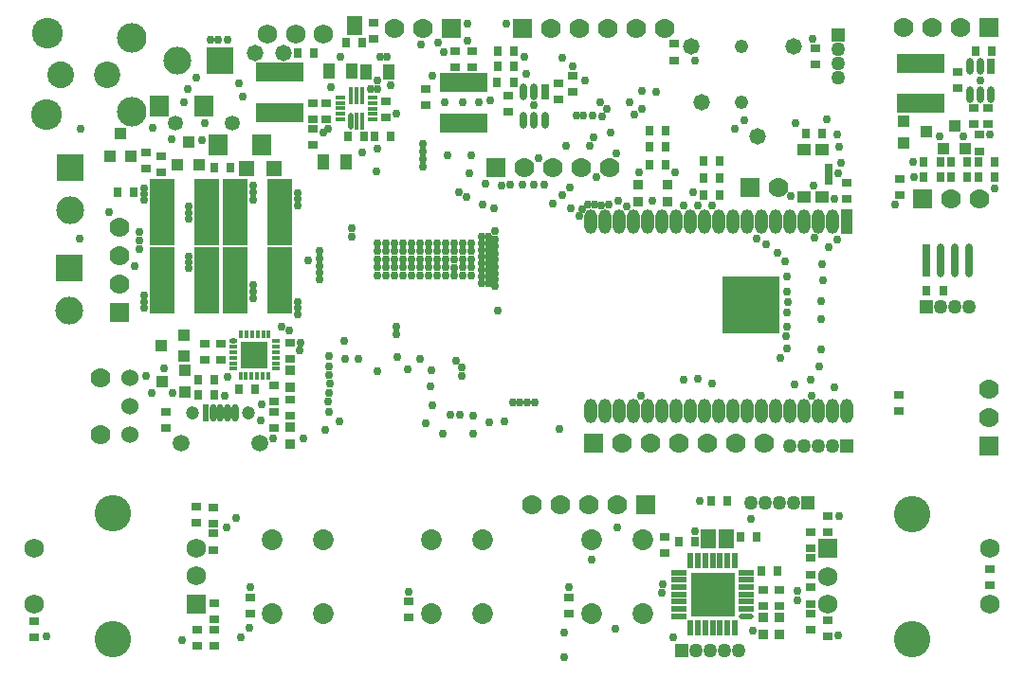
<source format=gts>
%FSLAX24Y24*%
%MOIN*%
G70*
G01*
G75*
%ADD10C,0.0080*%
%ADD11R,0.0300X0.0300*%
%ADD12R,0.0300X0.0220*%
%ADD13R,0.0440X0.0120*%
%ADD14O,0.0190X0.1100*%
%ADD15R,0.0190X0.1100*%
%ADD16R,0.0220X0.0300*%
%ADD17R,0.0120X0.0440*%
%ADD18O,0.0440X0.0120*%
%ADD19R,0.0500X0.0250*%
%ADD20R,0.0360X0.0360*%
%ADD21O,0.0200X0.0500*%
%ADD22R,0.0200X0.0500*%
%ADD23R,0.1600X0.0600*%
%ADD24R,0.1460X0.1460*%
%ADD25R,0.0500X0.0500*%
%ADD26R,0.0830X0.2250*%
%ADD27R,0.0345X0.0500*%
%ADD28R,0.0630X0.0670*%
%ADD29O,0.0160X0.0530*%
%ADD30R,0.0160X0.0530*%
%ADD31R,0.0390X0.0350*%
%ADD32R,0.0220X0.0670*%
%ADD33O,0.0354X0.0787*%
%ADD34R,0.1968X0.1968*%
%ADD35R,0.0354X0.0787*%
%ADD36R,0.0280X0.0100*%
%ADD37R,0.0100X0.0510*%
%ADD38O,0.0100X0.0510*%
%ADD39R,0.0870X0.0870*%
%ADD40O,0.0200X0.0100*%
%ADD41R,0.0200X0.0100*%
%ADD42R,0.0100X0.0200*%
%ADD43C,0.0061*%
%ADD44C,0.0075*%
%ADD45C,0.0120*%
%ADD46C,0.0100*%
%ADD47C,0.0220*%
%ADD48C,0.0200*%
%ADD49C,0.0600*%
%ADD50C,0.0300*%
%ADD51C,0.0360*%
%ADD52C,0.0900*%
%ADD53C,0.0250*%
%ADD54C,0.0150*%
%ADD55C,0.0400*%
%ADD56C,0.0800*%
%ADD57C,0.2500*%
%ADD58C,0.0170*%
%ADD59R,0.0420X0.0420*%
%ADD60C,0.0420*%
%ADD61C,0.0650*%
%ADD62C,0.0620*%
%ADD63C,0.0600*%
%ADD64R,0.0600X0.0600*%
%ADD65R,0.0620X0.0620*%
%ADD66C,0.1200*%
%ADD67C,0.0500*%
%ADD68C,0.0510*%
%ADD69C,0.0390*%
%ADD70R,0.0900X0.0900*%
%ADD71C,0.0900*%
%ADD72C,0.0520*%
%ADD73C,0.0960*%
%ADD74C,0.1000*%
%ADD75C,0.0850*%
%ADD76C,0.0450*%
%ADD77C,0.0220*%
%ADD78C,0.0350*%
%ADD79C,0.0410*%
%ADD80C,0.0860*%
%ADD81O,0.0100X0.0600*%
%ADD82R,0.0100X0.0600*%
%ADD83R,0.3500X0.1380*%
%ADD84C,0.0630*%
%ADD85C,0.0700*%
%ADD86C,0.0340*%
%ADD87C,0.0730*%
%ADD88C,0.0500*%
%ADD89C,0.1900*%
%ADD90C,0.0160*%
%ADD91C,0.0040*%
%ADD92C,0.0050*%
%ADD93C,0.0070*%
%ADD94C,0.0030*%
%ADD95R,0.0380X0.0380*%
%ADD96R,0.0380X0.0300*%
%ADD97R,0.0520X0.0200*%
%ADD98O,0.0270X0.1180*%
%ADD99R,0.0270X0.1180*%
%ADD100R,0.0300X0.0380*%
%ADD101R,0.0200X0.0520*%
%ADD102O,0.0520X0.0200*%
%ADD103R,0.0580X0.0330*%
%ADD104R,0.0440X0.0440*%
%ADD105O,0.0280X0.0580*%
%ADD106R,0.0280X0.0580*%
%ADD107R,0.1680X0.0680*%
%ADD108R,0.1540X0.1540*%
%ADD109R,0.0580X0.0580*%
%ADD110R,0.0910X0.2330*%
%ADD111R,0.0425X0.0580*%
%ADD112R,0.0710X0.0750*%
%ADD113O,0.0240X0.0610*%
%ADD114R,0.0240X0.0610*%
%ADD115R,0.0470X0.0430*%
%ADD116R,0.0300X0.0750*%
%ADD117O,0.0434X0.0867*%
%ADD118R,0.2048X0.2048*%
%ADD119R,0.0434X0.0867*%
%ADD120R,0.0360X0.0180*%
%ADD121R,0.0180X0.0590*%
%ADD122O,0.0180X0.0590*%
%ADD123R,0.0950X0.0950*%
%ADD124O,0.0280X0.0180*%
%ADD125R,0.0280X0.0180*%
%ADD126R,0.0180X0.0280*%
%ADD127C,0.0730*%
%ADD128C,0.0700*%
%ADD129C,0.0680*%
%ADD130R,0.0680X0.0680*%
%ADD131R,0.0700X0.0700*%
%ADD132C,0.1280*%
%ADD133C,0.0580*%
%ADD134C,0.0590*%
%ADD135C,0.0470*%
%ADD136R,0.0980X0.0980*%
%ADD137C,0.0980*%
%ADD138C,0.1040*%
%ADD139C,0.1080*%
%ADD140C,0.0930*%
%ADD141C,0.0530*%
%ADD142C,0.0300*%
%ADD143C,0.0430*%
%ADD144C,0.0490*%
%ADD145C,0.0940*%
D25*
X111768Y85040D02*
D03*
X103138Y72940D02*
D03*
X107588Y78160D02*
D03*
X108958Y80150D02*
D03*
X108638Y94620D02*
D03*
D63*
X83738Y80550D02*
D03*
X83738Y81550D02*
D03*
X83738Y82550D02*
D03*
D67*
X112268Y85040D02*
D03*
X112768D02*
D03*
X113268D02*
D03*
X103638Y72940D02*
D03*
X104138D02*
D03*
X104638D02*
D03*
X105138D02*
D03*
X107088Y78160D02*
D03*
X106588D02*
D03*
X106088D02*
D03*
X105588D02*
D03*
X108458Y80150D02*
D03*
X107958D02*
D03*
X107458D02*
D03*
X106958D02*
D03*
X108638Y94120D02*
D03*
Y93620D02*
D03*
Y93120D02*
D03*
D95*
X106578Y74130D02*
D03*
Y73530D02*
D03*
X106028Y74130D02*
D03*
Y73530D02*
D03*
X101618Y88750D02*
D03*
Y89350D02*
D03*
X89388Y82830D02*
D03*
Y82230D02*
D03*
X89378Y80220D02*
D03*
Y80820D02*
D03*
X102638Y88740D02*
D03*
Y89340D02*
D03*
D96*
X106578Y75080D02*
D03*
X106578Y74510D02*
D03*
X106028Y75080D02*
D03*
Y74510D02*
D03*
X102568Y76950D02*
D03*
X86693Y76495D02*
D03*
X86703Y74605D02*
D03*
X107683Y75165D02*
D03*
Y75630D02*
D03*
Y74235D02*
D03*
Y74595D02*
D03*
X107678Y76560D02*
D03*
X107683Y76200D02*
D03*
X86693Y77425D02*
D03*
Y77065D02*
D03*
X86713Y73685D02*
D03*
X86703Y74035D02*
D03*
X108293Y77105D02*
D03*
X107678Y77130D02*
D03*
X108283Y74015D02*
D03*
X107683Y73665D02*
D03*
X86093Y77435D02*
D03*
X86693Y77995D02*
D03*
X86113Y73695D02*
D03*
X86713Y73115D02*
D03*
X99190Y74258D02*
D03*
X87978Y74250D02*
D03*
Y74820D02*
D03*
X99190Y74828D02*
D03*
X80393Y73415D02*
D03*
X86113Y73125D02*
D03*
X113988Y75820D02*
D03*
X108293Y77675D02*
D03*
X86093Y78005D02*
D03*
X108283Y73445D02*
D03*
X102568Y76380D02*
D03*
X80393Y73985D02*
D03*
X113988Y75250D02*
D03*
X113928Y92040D02*
D03*
Y91470D02*
D03*
X110828Y88990D02*
D03*
Y89560D02*
D03*
X113608Y91100D02*
D03*
Y90530D02*
D03*
X110778Y81370D02*
D03*
Y81940D02*
D03*
X112848Y93310D02*
D03*
Y92740D02*
D03*
X113418Y91470D02*
D03*
Y92040D02*
D03*
X93548Y74690D02*
D03*
Y74120D02*
D03*
X92308Y95050D02*
D03*
Y94480D02*
D03*
X94168Y92150D02*
D03*
Y92720D02*
D03*
X90198Y90750D02*
D03*
Y91320D02*
D03*
X99328Y93190D02*
D03*
Y92620D02*
D03*
X85008Y81340D02*
D03*
Y80770D02*
D03*
X86398Y83740D02*
D03*
Y83170D02*
D03*
X95778Y94050D02*
D03*
Y93480D02*
D03*
X95178D02*
D03*
Y94050D02*
D03*
X90198Y91660D02*
D03*
X90198Y92230D02*
D03*
X108958Y89430D02*
D03*
Y88860D02*
D03*
X86938Y83740D02*
D03*
Y83170D02*
D03*
X107848Y93570D02*
D03*
Y94140D02*
D03*
X84848Y90360D02*
D03*
Y89790D02*
D03*
X102888Y93730D02*
D03*
Y94300D02*
D03*
X89388Y83780D02*
D03*
Y83210D02*
D03*
X98808Y92910D02*
D03*
Y92340D02*
D03*
X92738Y91700D02*
D03*
Y92270D02*
D03*
X84318Y89920D02*
D03*
Y90490D02*
D03*
X88808Y81700D02*
D03*
Y82270D02*
D03*
X89378Y81780D02*
D03*
Y81210D02*
D03*
X88808Y81340D02*
D03*
Y80770D02*
D03*
X90668Y91660D02*
D03*
Y92230D02*
D03*
X97068Y92470D02*
D03*
X97068Y91900D02*
D03*
D97*
X103053Y74412D02*
D03*
Y75180D02*
D03*
Y74924D02*
D03*
X105418Y75180D02*
D03*
X103053Y74668D02*
D03*
Y74156D02*
D03*
X105418Y74924D02*
D03*
Y74668D02*
D03*
Y74412D02*
D03*
X103053Y75436D02*
D03*
Y75692D02*
D03*
X105418Y75692D02*
D03*
Y75436D02*
D03*
D98*
X113268Y86670D02*
D03*
X112768Y86670D02*
D03*
X112268D02*
D03*
D99*
X111768D02*
D03*
D100*
X112338Y85620D02*
D03*
X111768D02*
D03*
X104178Y78230D02*
D03*
X104748D02*
D03*
X106528Y75750D02*
D03*
X105798Y76960D02*
D03*
X103048Y76770D02*
D03*
X103618Y76770D02*
D03*
X105228Y76960D02*
D03*
X105958Y75750D02*
D03*
X113478Y94050D02*
D03*
X114048D02*
D03*
X111668Y90150D02*
D03*
X112238D02*
D03*
X111668Y89630D02*
D03*
X112238D02*
D03*
X113198D02*
D03*
X112628D02*
D03*
X113578Y90150D02*
D03*
X114148D02*
D03*
X113198D02*
D03*
X112628D02*
D03*
X113578Y89630D02*
D03*
X114148D02*
D03*
X83898Y89080D02*
D03*
X83328D02*
D03*
X86728Y82490D02*
D03*
X86158D02*
D03*
X108088Y91160D02*
D03*
X107518D02*
D03*
X92338Y91040D02*
D03*
X92908D02*
D03*
X96678Y94050D02*
D03*
X97248D02*
D03*
X86728Y81950D02*
D03*
X86158D02*
D03*
X90218Y93970D02*
D03*
X89648D02*
D03*
X91418Y91040D02*
D03*
X91988D02*
D03*
X102018Y91250D02*
D03*
X102588D02*
D03*
X103908Y88980D02*
D03*
X104478D02*
D03*
X91928Y94350D02*
D03*
X91358D02*
D03*
X87278Y89960D02*
D03*
X86708D02*
D03*
X103918Y90180D02*
D03*
X104488D02*
D03*
X96678Y93510D02*
D03*
X97248D02*
D03*
X97238Y92960D02*
D03*
X96668D02*
D03*
X87598Y82160D02*
D03*
X88168D02*
D03*
X102018Y90050D02*
D03*
X102588D02*
D03*
X102018Y90690D02*
D03*
X102588D02*
D03*
X104488Y89580D02*
D03*
X103918D02*
D03*
D101*
X103980Y73742D02*
D03*
X103724D02*
D03*
X103467Y76106D02*
D03*
X103980D02*
D03*
X104236Y76106D02*
D03*
X105004Y73742D02*
D03*
X104748D02*
D03*
X104492D02*
D03*
X104236D02*
D03*
X103467Y73742D02*
D03*
X103724Y76106D02*
D03*
X104492D02*
D03*
X104748D02*
D03*
X105004D02*
D03*
D102*
X105418Y74156D02*
D03*
D103*
X104098Y76720D02*
D03*
X104728D02*
D03*
X104728Y77050D02*
D03*
X104098Y77050D02*
D03*
X91638Y95110D02*
D03*
Y94780D02*
D03*
D104*
X112358Y90630D02*
D03*
X113118D02*
D03*
X112738Y91430D02*
D03*
X110938Y91590D02*
D03*
X110938Y90830D02*
D03*
X111738Y91210D02*
D03*
X85658Y83300D02*
D03*
Y84060D02*
D03*
X84858Y83680D02*
D03*
X84878Y82430D02*
D03*
X85678Y82810D02*
D03*
Y82050D02*
D03*
X83038Y90360D02*
D03*
X83798D02*
D03*
X83418Y91160D02*
D03*
X85428Y90040D02*
D03*
X86188D02*
D03*
X85808Y90840D02*
D03*
D105*
X114028Y92520D02*
D03*
X113278D02*
D03*
X113658D02*
D03*
Y93520D02*
D03*
X113278D02*
D03*
X97588Y92630D02*
D03*
X97968Y92630D02*
D03*
Y91630D02*
D03*
X97588Y91630D02*
D03*
X98338D02*
D03*
D106*
X114028Y93520D02*
D03*
X98338Y92630D02*
D03*
D107*
X111548Y92210D02*
D03*
Y93630D02*
D03*
X89018Y91880D02*
D03*
X89018Y93300D02*
D03*
X95478Y92940D02*
D03*
Y91520D02*
D03*
D108*
X104238Y74926D02*
D03*
D109*
X88808Y89930D02*
D03*
X87863D02*
D03*
D110*
X87438Y88390D02*
D03*
X89008D02*
D03*
X86458D02*
D03*
X84888D02*
D03*
X87438Y85990D02*
D03*
X89008D02*
D03*
X86458D02*
D03*
X84888D02*
D03*
D111*
X91368Y90150D02*
D03*
X90553Y90150D02*
D03*
X92038Y93320D02*
D03*
X92853D02*
D03*
X91563Y93360D02*
D03*
X90748Y93360D02*
D03*
D112*
X86848Y90740D02*
D03*
X88388Y90740D02*
D03*
X84798Y92100D02*
D03*
X86338D02*
D03*
D113*
X87442Y81300D02*
D03*
X87186D02*
D03*
X86930D02*
D03*
X86674D02*
D03*
D114*
X86418D02*
D03*
D115*
X107438Y90580D02*
D03*
X107438Y88900D02*
D03*
X108088Y90580D02*
D03*
Y88900D02*
D03*
D116*
X108318Y89730D02*
D03*
D117*
X106468Y81367D02*
D03*
X105468D02*
D03*
X107968D02*
D03*
X101468D02*
D03*
X102468D02*
D03*
X103468Y81367D02*
D03*
X103968Y81367D02*
D03*
X105968Y81367D02*
D03*
X106968Y81367D02*
D03*
X107468D02*
D03*
X108468Y81367D02*
D03*
X108968Y81367D02*
D03*
X101468Y88060D02*
D03*
X101968Y88060D02*
D03*
X102468Y88060D02*
D03*
X102968D02*
D03*
X103468D02*
D03*
X103968D02*
D03*
X104468D02*
D03*
X104968D02*
D03*
X105468Y88060D02*
D03*
X105968Y88060D02*
D03*
X106468D02*
D03*
X106968D02*
D03*
X107468D02*
D03*
X107968Y88060D02*
D03*
X108468Y88060D02*
D03*
X100468Y81367D02*
D03*
X100968Y88060D02*
D03*
X100968Y81367D02*
D03*
X99968Y81367D02*
D03*
X100468Y88060D02*
D03*
X99968D02*
D03*
X101968Y81367D02*
D03*
X104468D02*
D03*
X102968D02*
D03*
X104968D02*
D03*
D118*
X105588Y85110D02*
D03*
D119*
X108968Y88060D02*
D03*
D120*
X91148Y91640D02*
D03*
Y91837D02*
D03*
Y92034D02*
D03*
Y92231D02*
D03*
Y92428D02*
D03*
X92288Y92424D02*
D03*
Y92227D02*
D03*
Y92030D02*
D03*
Y91636D02*
D03*
Y91833D02*
D03*
D121*
X91521Y92490D02*
D03*
X91718D02*
D03*
X91915D02*
D03*
Y91590D02*
D03*
X91718Y91590D02*
D03*
D122*
X91521D02*
D03*
D123*
X88128Y83360D02*
D03*
D124*
X87388Y83850D02*
D03*
D125*
Y83653D02*
D03*
Y83456D02*
D03*
X87388Y83259D02*
D03*
X87388Y83062D02*
D03*
X87388Y82865D02*
D03*
X88883Y82865D02*
D03*
X88883Y83062D02*
D03*
Y83259D02*
D03*
Y83456D02*
D03*
Y83653D02*
D03*
Y83850D02*
D03*
D126*
X87637Y82610D02*
D03*
X87834Y82610D02*
D03*
X88031D02*
D03*
X88228D02*
D03*
X88425D02*
D03*
X88622D02*
D03*
X88633Y84090D02*
D03*
X88436D02*
D03*
X88239D02*
D03*
X88042D02*
D03*
X87845D02*
D03*
X87648D02*
D03*
D127*
X96148Y74250D02*
D03*
X96148Y76850D02*
D03*
X99974Y74254D02*
D03*
X99974Y76854D02*
D03*
X88748Y76860D02*
D03*
X88748Y74260D02*
D03*
X90548Y74260D02*
D03*
X90548Y76860D02*
D03*
X101774Y76854D02*
D03*
Y74254D02*
D03*
X94348Y74250D02*
D03*
X94348Y76850D02*
D03*
D128*
X100898Y78080D02*
D03*
X97898Y78080D02*
D03*
X99898D02*
D03*
X98898D02*
D03*
X110948Y94890D02*
D03*
X113948Y82150D02*
D03*
X113948Y81150D02*
D03*
X113628Y88850D02*
D03*
X112628D02*
D03*
X112948Y94890D02*
D03*
X111948D02*
D03*
X101068Y80240D02*
D03*
X102068D02*
D03*
X103068D02*
D03*
X104068D02*
D03*
X105068D02*
D03*
X106068D02*
D03*
X93058Y94860D02*
D03*
X94058D02*
D03*
X83398Y87840D02*
D03*
Y86840D02*
D03*
X83398Y85840D02*
D03*
X106568Y89240D02*
D03*
X98568Y94850D02*
D03*
X99568Y94850D02*
D03*
X100568D02*
D03*
X101568D02*
D03*
X102568Y94850D02*
D03*
X82708Y80550D02*
D03*
Y82550D02*
D03*
X100628Y89940D02*
D03*
X99628D02*
D03*
X97628Y89940D02*
D03*
X98628Y89940D02*
D03*
D129*
X86093Y76555D02*
D03*
X80383Y76555D02*
D03*
X86093Y75570D02*
D03*
X80383Y74585D02*
D03*
X113993Y74565D02*
D03*
X108283Y75550D02*
D03*
X113993Y76535D02*
D03*
X108283Y74565D02*
D03*
X90568Y94650D02*
D03*
X88598D02*
D03*
X89583D02*
D03*
D130*
X86093Y74585D02*
D03*
X108283Y76535D02*
D03*
D131*
X101898Y78080D02*
D03*
X113948Y80150D02*
D03*
X111628Y88850D02*
D03*
X113948Y94890D02*
D03*
X100068Y80240D02*
D03*
X95058Y94860D02*
D03*
X83398Y84840D02*
D03*
X105568Y89240D02*
D03*
X97568Y94850D02*
D03*
X96628Y89940D02*
D03*
D132*
X83138Y77780D02*
D03*
Y73360D02*
D03*
X111238Y73340D02*
D03*
Y77760D02*
D03*
D133*
X89148Y93970D02*
D03*
X88148D02*
D03*
X103838Y92260D02*
D03*
X107098Y94230D02*
D03*
X105818Y91040D02*
D03*
X103488Y94230D02*
D03*
D134*
X85548Y80240D02*
D03*
X88308D02*
D03*
D135*
X85948Y81300D02*
D03*
X87918D02*
D03*
D136*
X81638Y89940D02*
D03*
X86918Y93700D02*
D03*
X81628Y86420D02*
D03*
D137*
X81638Y88440D02*
D03*
X85418Y93700D02*
D03*
X81628Y84920D02*
D03*
D138*
X83808Y91930D02*
D03*
Y94500D02*
D03*
D139*
X80808Y91830D02*
D03*
X80858Y94670D02*
D03*
D140*
X82938Y93230D02*
D03*
D141*
X87338Y91510D02*
D03*
X85338D02*
D03*
D142*
X105638Y73650D02*
D03*
X87968Y73740D02*
D03*
X87648Y73430D02*
D03*
X100898Y77290D02*
D03*
X93548Y75030D02*
D03*
X108678Y77670D02*
D03*
X103774Y78230D02*
D03*
X87153Y77275D02*
D03*
X87493Y77615D02*
D03*
X113038Y91050D02*
D03*
X112228D02*
D03*
X99190Y75178D02*
D03*
X87978Y75190D02*
D03*
X114148Y89220D02*
D03*
X111298Y90150D02*
D03*
X111308Y89630D02*
D03*
X110658Y88640D02*
D03*
X113988Y91130D02*
D03*
X113658Y93030D02*
D03*
X85583Y73320D02*
D03*
X80803Y73455D02*
D03*
X108663Y73465D02*
D03*
X100818Y73720D02*
D03*
X102478Y75270D02*
D03*
X102468Y74970D02*
D03*
X107208Y74710D02*
D03*
Y75050D02*
D03*
X99028Y73590D02*
D03*
X105578Y77570D02*
D03*
X103628Y77160D02*
D03*
X99978Y76150D02*
D03*
X102868Y73430D02*
D03*
X99028Y72700D02*
D03*
X92918Y92850D02*
D03*
X90568Y91170D02*
D03*
X95618Y95020D02*
D03*
X94578Y94340D02*
D03*
X94778Y94020D02*
D03*
X94058Y90520D02*
D03*
X99638Y88490D02*
D03*
X99838Y88660D02*
D03*
X100088D02*
D03*
X100318Y88620D02*
D03*
X87718Y92460D02*
D03*
X86588Y94460D02*
D03*
X87178D02*
D03*
X97208Y81690D02*
D03*
X97708Y81680D02*
D03*
X96258Y89370D02*
D03*
X96818Y89300D02*
D03*
X97128Y89340D02*
D03*
X97548D02*
D03*
X97958D02*
D03*
X90748Y82940D02*
D03*
X90768Y82660D02*
D03*
X90778Y82340D02*
D03*
X90748Y82020D02*
D03*
X90728Y81700D02*
D03*
X90418Y86250D02*
D03*
Y86760D02*
D03*
Y87000D02*
D03*
X86288Y90930D02*
D03*
X84238Y85010D02*
D03*
Y85230D02*
D03*
X96578Y85770D02*
D03*
X96588Y86000D02*
D03*
Y86220D02*
D03*
Y86460D02*
D03*
Y86700D02*
D03*
Y86930D02*
D03*
Y87170D02*
D03*
X96578Y87410D02*
D03*
Y87700D02*
D03*
X96348Y85890D02*
D03*
X96338Y86120D02*
D03*
X96348Y86350D02*
D03*
Y86580D02*
D03*
Y86810D02*
D03*
Y87050D02*
D03*
Y87290D02*
D03*
Y87530D02*
D03*
X96108Y85890D02*
D03*
Y86120D02*
D03*
Y86350D02*
D03*
Y86580D02*
D03*
X96118Y86810D02*
D03*
Y87050D02*
D03*
Y87290D02*
D03*
Y87530D02*
D03*
X105798Y87460D02*
D03*
X106118Y87260D02*
D03*
X106508Y86940D02*
D03*
X106838Y86100D02*
D03*
X106868Y85580D02*
D03*
X106888Y85220D02*
D03*
X106838Y84860D02*
D03*
Y84340D02*
D03*
X106818Y84020D02*
D03*
X106838Y83580D02*
D03*
X108088Y86550D02*
D03*
X108118Y85980D02*
D03*
X108058Y85250D02*
D03*
Y84600D02*
D03*
X108038Y83560D02*
D03*
X107988Y82940D02*
D03*
X108528Y88840D02*
D03*
X100838Y90460D02*
D03*
X100138Y89620D02*
D03*
X99258Y88530D02*
D03*
X99208Y89260D02*
D03*
X99908Y90710D02*
D03*
X99098Y90700D02*
D03*
X98318Y89340D02*
D03*
X95768Y90380D02*
D03*
X92448Y93030D02*
D03*
X87588Y92900D02*
D03*
X89658Y84790D02*
D03*
X90608Y80720D02*
D03*
X106998Y88960D02*
D03*
X107678Y82490D02*
D03*
X107828Y87490D02*
D03*
X93108Y84340D02*
D03*
Y84080D02*
D03*
X90418Y86020D02*
D03*
Y86490D02*
D03*
X91538Y87520D02*
D03*
Y87820D02*
D03*
X84098Y87070D02*
D03*
Y87370D02*
D03*
X88088Y85800D02*
D03*
Y85570D02*
D03*
Y85350D02*
D03*
X90018Y86670D02*
D03*
X89658Y85000D02*
D03*
Y85200D02*
D03*
X85808Y86820D02*
D03*
Y86610D02*
D03*
Y86400D02*
D03*
X84238Y85440D02*
D03*
X89668Y88840D02*
D03*
Y89050D02*
D03*
Y88620D02*
D03*
X88078Y88810D02*
D03*
Y89330D02*
D03*
X85808Y88140D02*
D03*
Y88350D02*
D03*
Y88570D02*
D03*
X84248Y89230D02*
D03*
Y89030D02*
D03*
Y88830D02*
D03*
X95828Y81210D02*
D03*
X85778Y92730D02*
D03*
X96998Y95020D02*
D03*
X108238Y91650D02*
D03*
X108628Y91130D02*
D03*
X108678Y90680D02*
D03*
X94308Y82250D02*
D03*
X94358Y82810D02*
D03*
X95418Y82610D02*
D03*
X95428Y82930D02*
D03*
X99768Y93030D02*
D03*
X98958Y93810D02*
D03*
X99688Y91780D02*
D03*
X97688Y93250D02*
D03*
X95608Y94420D02*
D03*
X93978Y94280D02*
D03*
X94388Y93170D02*
D03*
X81988Y87450D02*
D03*
X101768Y92660D02*
D03*
X102268Y92630D02*
D03*
X99448Y91780D02*
D03*
X97618Y93860D02*
D03*
X84568Y91340D02*
D03*
X84528Y82010D02*
D03*
X84958Y82890D02*
D03*
X84328Y82610D02*
D03*
X91108Y81020D02*
D03*
X90748Y81350D02*
D03*
X94168Y80950D02*
D03*
X97988Y81680D02*
D03*
X97448Y81690D02*
D03*
X95338Y81260D02*
D03*
X95018Y81250D02*
D03*
X94398Y81580D02*
D03*
X92468Y82770D02*
D03*
X91778Y83210D02*
D03*
X90748Y83300D02*
D03*
X91318Y83210D02*
D03*
X93518Y82850D02*
D03*
X93138Y83290D02*
D03*
X94808Y92250D02*
D03*
X95448D02*
D03*
X96018D02*
D03*
X95828Y80590D02*
D03*
X108618Y87430D02*
D03*
X100038Y91030D02*
D03*
X100028Y91780D02*
D03*
X100288Y92260D02*
D03*
X101328D02*
D03*
X101728Y81900D02*
D03*
X101218Y88590D02*
D03*
X103718Y82500D02*
D03*
Y88600D02*
D03*
X101478Y91820D02*
D03*
X105028Y91300D02*
D03*
X105358Y91630D02*
D03*
X89728Y83500D02*
D03*
X89868Y80420D02*
D03*
X85238Y82010D02*
D03*
X101668Y89780D02*
D03*
X102928D02*
D03*
X96558Y88510D02*
D03*
X96148Y88660D02*
D03*
X97968Y92150D02*
D03*
X95578Y88900D02*
D03*
X95698Y89740D02*
D03*
X90728Y91330D02*
D03*
X82018D02*
D03*
X92428Y89820D02*
D03*
X84098Y87670D02*
D03*
X83028Y88380D02*
D03*
X86398Y91530D02*
D03*
X92438Y90620D02*
D03*
X92218Y92700D02*
D03*
X92448D02*
D03*
X88338Y81050D02*
D03*
X88398Y81630D02*
D03*
X89088Y84360D02*
D03*
X87848Y83630D02*
D03*
X88408Y83090D02*
D03*
Y83630D02*
D03*
X87078Y81920D02*
D03*
X87178Y82570D02*
D03*
X89358Y84220D02*
D03*
X88798Y80420D02*
D03*
X107768Y94480D02*
D03*
X108648Y89750D02*
D03*
X108328Y87160D02*
D03*
X107778Y89300D02*
D03*
X108748Y90130D02*
D03*
X108528Y82210D02*
D03*
X105588Y85110D02*
D03*
X105608Y84780D02*
D03*
Y84380D02*
D03*
X105578Y85500D02*
D03*
Y85870D02*
D03*
X105208Y85120D02*
D03*
X105228Y84790D02*
D03*
Y84390D02*
D03*
X105198Y85510D02*
D03*
Y85880D02*
D03*
X104848Y85140D02*
D03*
X104868Y84810D02*
D03*
Y84410D02*
D03*
X104838Y85530D02*
D03*
Y85900D02*
D03*
X105968Y85110D02*
D03*
X105988Y84780D02*
D03*
Y84380D02*
D03*
X105958Y85500D02*
D03*
Y85870D02*
D03*
X106318Y85120D02*
D03*
X106338Y84790D02*
D03*
Y84390D02*
D03*
X106308Y85510D02*
D03*
Y85880D02*
D03*
X98858Y80740D02*
D03*
X103568Y89080D02*
D03*
X102108Y88790D02*
D03*
X104218Y82350D02*
D03*
Y88600D02*
D03*
X91278Y83850D02*
D03*
X94058Y90770D02*
D03*
Y90250D02*
D03*
Y89970D02*
D03*
X95738Y86150D02*
D03*
Y86440D02*
D03*
Y87290D02*
D03*
Y87010D02*
D03*
Y86720D02*
D03*
X95468Y86150D02*
D03*
Y86440D02*
D03*
Y87290D02*
D03*
Y87010D02*
D03*
Y86720D02*
D03*
X95158Y86140D02*
D03*
Y86430D02*
D03*
Y87280D02*
D03*
Y87000D02*
D03*
Y86710D02*
D03*
X94848Y86150D02*
D03*
Y86440D02*
D03*
Y87290D02*
D03*
Y87010D02*
D03*
Y86720D02*
D03*
X94568Y86150D02*
D03*
Y86440D02*
D03*
Y87290D02*
D03*
Y87010D02*
D03*
Y86720D02*
D03*
X94268Y86150D02*
D03*
Y86440D02*
D03*
Y87290D02*
D03*
Y87010D02*
D03*
Y86720D02*
D03*
X93958Y86150D02*
D03*
Y86440D02*
D03*
Y87290D02*
D03*
Y87010D02*
D03*
Y86720D02*
D03*
X93648Y86150D02*
D03*
Y86440D02*
D03*
Y87290D02*
D03*
Y87010D02*
D03*
Y86720D02*
D03*
X93348Y86150D02*
D03*
Y86440D02*
D03*
Y87290D02*
D03*
Y87010D02*
D03*
Y86720D02*
D03*
X93038Y86150D02*
D03*
Y86440D02*
D03*
Y87290D02*
D03*
Y87010D02*
D03*
Y86720D02*
D03*
X92738Y86150D02*
D03*
Y86440D02*
D03*
Y87290D02*
D03*
Y87010D02*
D03*
Y86720D02*
D03*
X92458Y86150D02*
D03*
Y86440D02*
D03*
Y87290D02*
D03*
Y87010D02*
D03*
Y86720D02*
D03*
X103218Y82480D02*
D03*
Y88600D02*
D03*
X95228Y83160D02*
D03*
X93958Y83200D02*
D03*
X107728Y81930D02*
D03*
X94758Y80570D02*
D03*
X96928Y81000D02*
D03*
X96388Y80990D02*
D03*
X96678Y84920D02*
D03*
X89768Y83790D02*
D03*
X100338Y91750D02*
D03*
X98968Y88980D02*
D03*
X98628Y88690D02*
D03*
X98118Y90290D02*
D03*
X95318Y89080D02*
D03*
X85228Y90940D02*
D03*
X88078Y89070D02*
D03*
X83908Y86480D02*
D03*
X86868Y94460D02*
D03*
X100578Y88660D02*
D03*
X100638Y91170D02*
D03*
X96408Y92300D02*
D03*
X99328Y93530D02*
D03*
X87858Y83100D02*
D03*
X107108Y82330D02*
D03*
X100918Y88780D02*
D03*
X99548Y88240D02*
D03*
X106788Y86650D02*
D03*
X106618Y83250D02*
D03*
X103618Y93730D02*
D03*
X107138Y91530D02*
D03*
X93118Y91860D02*
D03*
X91908Y90490D02*
D03*
X92558Y93840D02*
D03*
X92798D02*
D03*
X91158D02*
D03*
X90818Y92790D02*
D03*
X85658Y92260D02*
D03*
X86078Y93100D02*
D03*
X94928Y90390D02*
D03*
X101758Y92000D02*
D03*
X100508D02*
D03*
D143*
X103688Y75480D02*
D03*
Y74370D02*
D03*
X104798D02*
D03*
Y75480D02*
D03*
D144*
X105258Y92260D02*
D03*
Y94230D02*
D03*
D145*
X81308Y93230D02*
D03*
M02*

</source>
